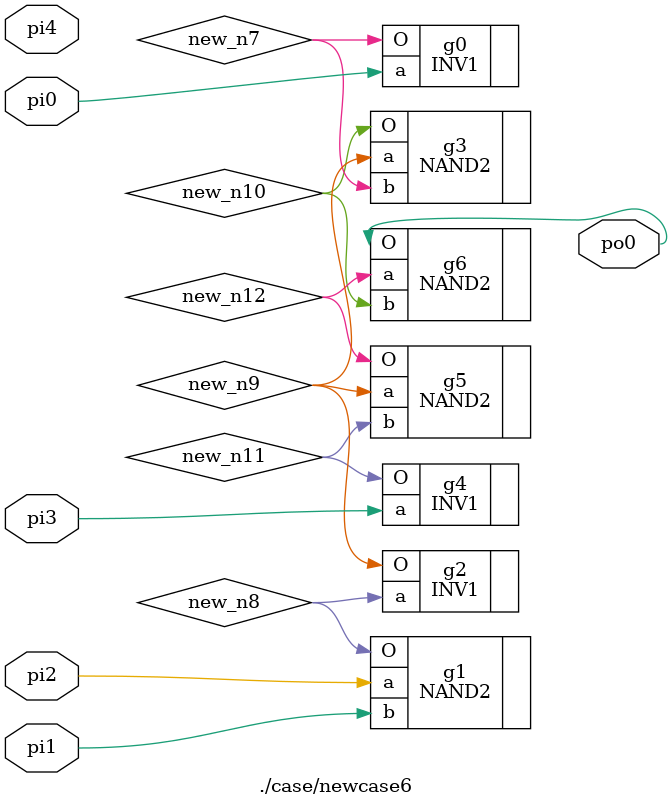
<source format=v>

module \./case/newcase6  ( 
    pi0, pi1, pi2, pi3, pi4,
    po0  );
  input  pi0, pi1, pi2, pi3, pi4;
  output po0;
  wire new_n7, new_n8, new_n9, new_n10, new_n11, new_n12;
  INV1  g0(.a(pi0), .O(new_n7));
  NAND2 g1(.a(pi2), .b(pi1), .O(new_n8));
  INV1  g2(.a(new_n8), .O(new_n9));
  NAND2 g3(.a(new_n9), .b(new_n7), .O(new_n10));
  INV1  g4(.a(pi3), .O(new_n11));
  NAND2 g5(.a(new_n9), .b(new_n11), .O(new_n12));
  NAND2 g6(.a(new_n12), .b(new_n10), .O(po0));
endmodule



</source>
